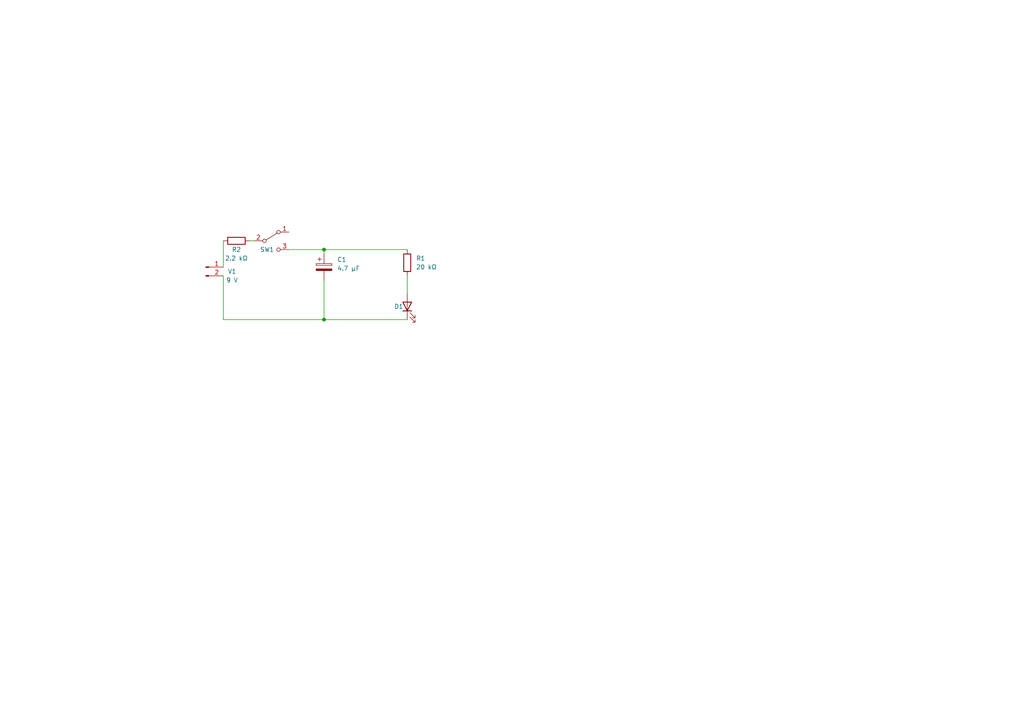
<source format=kicad_sch>
(kicad_sch (version 20211123) (generator eeschema)
  (paper "A4")
  (lib_symbols
    (symbol "Connector:Conn_01x02_Male" (pin_names (offset 1.016) hide)
      (property "Reference" "J" (at 0 2.54 0))
      (property "Value" "Conn_01x02_Male" (at 0 -5.08 0))
      (symbol "Conn_01x02_Male_1_1"
        (polyline (pts (xy 1.27 -2.54) (xy 0.8636 -2.54)) (stroke (width 0.1524)))
        (polyline (pts (xy 1.27 0) (xy 0.8636 0)) (stroke (width 0.1524)))
        (rectangle (start 0.8636 -2.413) (end 0 -2.667) (stroke (width 0.1524)) (fill (type outline)))
        (rectangle (start 0.8636 0.127) (end 0 -0.127) (stroke (width 0.1524)) (fill (type outline)))
        (pin passive line (at 5.08 0 180) (length 3.81) (name "Pin_1") (number "1"))
        (pin passive line (at 5.08 -2.54 180) (length 3.81) (name "Pin_2") (number "2"))
      )
    )
    (symbol "Device:C_Polarized" (pin_numbers hide) (pin_names (offset 0.254))
      (property "Reference" "C" (at 0.635 2.54 0))
      (property "Value" "C_Polarized" (at 0.635 -2.54 0))
      (symbol "C_Polarized_0_1"
        (rectangle (start -2.286 0.508) (end 2.286 1.016))
        (polyline (pts (xy -1.778 2.286) (xy -0.762 2.286)))
        (polyline (pts (xy -1.27 2.794) (xy -1.27 1.778)))
        (rectangle (start 2.286 -0.508) (end -2.286 -1.016) (fill (type outline)))
      )
      (symbol "C_Polarized_1_1"
        (pin passive line (at 0 3.81 270) (length 2.794) (name "~") (number "1"))
        (pin passive line (at 0 -3.81 90) (length 2.794) (name "~") (number "2"))
      )
    )
    (symbol "Device:LED" (pin_numbers hide) (pin_names (offset 1.016) hide)
      (property "Reference" "D" (at 0 2.54 0))
      (property "Value" "LED" (at 0 -2.54 0))
      (symbol "LED_0_1"
        (polyline (pts (xy -1.27 -1.27) (xy -1.27 1.27)) (stroke (width 0.254)))
        (polyline (pts (xy -1.27 0) (xy 1.27 0)))
        (polyline (pts (xy 1.27 -1.27) (xy 1.27 1.27) (xy -1.27 0) (xy 1.27 -1.27)) (stroke (width 0.254)))
        (polyline (pts (xy -3.048 -0.762) (xy -4.572 -2.286) (xy -3.81 -2.286) (xy -4.572 -2.286) (xy -4.572 -1.524)))
        (polyline (pts (xy -1.778 -0.762) (xy -3.302 -2.286) (xy -2.54 -2.286) (xy -3.302 -2.286) (xy -3.302 -1.524)))
      )
      (symbol "LED_1_1"
        (pin passive line (at -3.81 0 0) (length 2.54) (name "K") (number "1"))
        (pin passive line (at 3.81 0 180) (length 2.54) (name "A") (number "2"))
      )
    )
    (symbol "Device:R" (pin_numbers hide) (pin_names (offset 0))
      (property "Reference" "R" (at 2.032 0 90))
      (property "Value" "R" (at 0 0 90))
      (symbol "R_0_1"
        (rectangle (start -1.016 -2.54) (end 1.016 2.54) (stroke (width 0.254)))
      )
      (symbol "R_1_1"
        (pin passive line (at 0 3.81 270) (length 1.27) (name "~") (number "1"))
        (pin passive line (at 0 -3.81 90) (length 1.27) (name "~") (number "2"))
      )
    )
    (symbol "Switch:SW_SPDT" (pin_names (offset 0) hide)
      (property "Reference" "SW" (at 0 4.318 0))
      (property "Value" "SW_SPDT" (at 0 -5.08 0))
      (symbol "SW_SPDT_0_0"
        (circle (center -2.032 0) (radius 0.508))
        (circle (center 2.032 -2.54) (radius 0.508))
      )
      (symbol "SW_SPDT_0_1"
        (polyline (pts (xy -1.524 0.254) (xy 1.651 2.286)))
        (circle (center 2.032 2.54) (radius 0.508))
      )
      (symbol "SW_SPDT_1_1"
        (pin passive line (at 5.08 2.54 180) (length 2.54) (name "A") (number "1"))
        (pin passive line (at -5.08 0 0) (length 2.54) (name "B") (number "2"))
        (pin passive line (at 5.08 -2.54 180) (length 2.54) (name "C") (number "3"))
      )
    )
  )
  (junction (at 93.98 72.39))
  (junction (at 93.98 92.71))
  (wire (pts (xy 64.77 80.01) (xy 64.77 92.71)))
  (wire (pts (xy 118.11 80.01) (xy 118.11 85.09)))
  (wire (pts (xy 64.77 69.85) (xy 64.77 77.47)))
  (wire (pts (xy 93.98 81.28) (xy 93.98 92.71)))
  (wire (pts (xy 64.77 92.71) (xy 93.98 92.71)))
  (wire (pts (xy 93.98 72.39) (xy 118.11 72.39)))
  (wire (pts (xy 72.39 69.85) (xy 73.66 69.85)))
  (wire (pts (xy 93.98 92.71) (xy 118.11 92.71)))
  (wire (pts (xy 83.82 72.39) (xy 93.98 72.39)))
  (wire (pts (xy 93.98 72.39) (xy 93.98 73.66)))
  (symbol (lib_id "Device:C_Polarized") (at 93.98 77.47 0) (unit 1)
    (property "Reference" "C1" (at 97.79 75.3109 0) (effects (justify left)))
    (property "Value" "4.7 µF" (at 97.79 77.8509 0) (effects (justify left)))
  )
  (symbol (lib_id "Device:R") (at 118.11 76.2 0) (unit 1)
    (property "Reference" "R1" (at 120.65 74.9299 0) (effects (justify left)))
    (property "Value" "20 kΩ" (at 120.65 77.4699 0) (effects (justify left)))
  )
  (symbol (lib_id "Device:R") (at 68.58 69.85 90) (unit 1)
    (property "Reference" "R2" (at 68.58 72.39 90))
    (property "Value" "2.2 kΩ" (at 68.58 74.93 90))
  )
  (symbol (lib_id "Connector:Conn_01x02_Male") (at 59.69 77.47 0) (unit 1)
    (property "Reference" "V1" (at 67.31 78.74 0))
    (property "Value" "9 V" (at 67.31 81.28 0))
  )
  (symbol (lib_id "Device:LED") (at 118.11 88.9 90) (unit 1)
    (property "Reference" "D1" (at 114.3 88.9 90) (effects (justify right)))
    (property "Value" "  " (at 121.92 91.7574 90) (effects (justify right)))
  )
  (symbol (lib_id "Switch:SW_SPDT") (at 78.74 69.85 0) (unit 1)
    (property "Reference" "SW1" (at 77.47 72.39 0))
    (property "Value" " " (at 78.74 64.77 0))
  )
)
</source>
